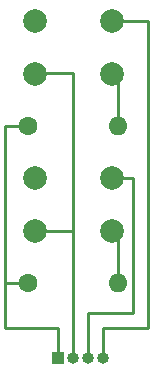
<source format=gbr>
%TF.GenerationSoftware,KiCad,Pcbnew,(5.1.7)-1*%
%TF.CreationDate,2020-10-26T18:39:22+01:00*%
%TF.ProjectId,buttons,62757474-6f6e-4732-9e6b-696361645f70,rev?*%
%TF.SameCoordinates,Original*%
%TF.FileFunction,Copper,L1,Top*%
%TF.FilePolarity,Positive*%
%FSLAX46Y46*%
G04 Gerber Fmt 4.6, Leading zero omitted, Abs format (unit mm)*
G04 Created by KiCad (PCBNEW (5.1.7)-1) date 2020-10-26 18:39:22*
%MOMM*%
%LPD*%
G01*
G04 APERTURE LIST*
%TA.AperFunction,ComponentPad*%
%ADD10O,1.000000X1.000000*%
%TD*%
%TA.AperFunction,ComponentPad*%
%ADD11R,1.000000X1.000000*%
%TD*%
%TA.AperFunction,ComponentPad*%
%ADD12C,2.000000*%
%TD*%
%TA.AperFunction,ComponentPad*%
%ADD13O,1.600000X1.600000*%
%TD*%
%TA.AperFunction,ComponentPad*%
%ADD14C,1.600000*%
%TD*%
%TA.AperFunction,Conductor*%
%ADD15C,0.250000*%
%TD*%
G04 APERTURE END LIST*
D10*
%TO.P, ,4*%
%TO.N,N/C*%
X63500000Y-64770000D03*
%TO.P, ,3*%
X62230000Y-64770000D03*
%TO.P, ,2*%
X60960000Y-64770000D03*
D11*
%TO.P, ,1*%
X59690000Y-64770000D03*
%TD*%
D12*
%TO.P, ,1*%
%TO.N,N/C*%
X64285000Y-36195000D03*
%TO.P, ,2*%
X64285000Y-40695000D03*
%TO.P, ,1*%
X57785000Y-36195000D03*
%TO.P, ,2*%
X57785000Y-40695000D03*
%TD*%
D13*
%TO.P, ,2*%
%TO.N,N/C*%
X64770000Y-45085000D03*
D14*
%TO.P, ,1*%
X57150000Y-45085000D03*
%TD*%
D13*
%TO.P, ,2*%
%TO.N,N/C*%
X64770000Y-58420000D03*
D14*
%TO.P, ,1*%
X57150000Y-58420000D03*
%TD*%
D12*
%TO.P, ,1*%
%TO.N,N/C*%
X64285000Y-49530000D03*
%TO.P, ,2*%
X64285000Y-54030000D03*
%TO.P, ,1*%
X57785000Y-49530000D03*
%TO.P, ,2*%
X57785000Y-54030000D03*
%TD*%
D15*
%TO.N,*%
X64135000Y-54180000D02*
X64285000Y-54030000D01*
X57730000Y-53975000D02*
X57785000Y-54030000D01*
X66040000Y-49530000D02*
X64285000Y-49530000D01*
X57730000Y-40640000D02*
X57785000Y-40695000D01*
X64135000Y-40845000D02*
X64285000Y-40695000D01*
X64770000Y-41180000D02*
X64285000Y-40695000D01*
X64770000Y-45085000D02*
X64770000Y-41180000D01*
X64770000Y-54515000D02*
X64285000Y-54030000D01*
X64770000Y-58420000D02*
X64770000Y-54515000D01*
X62230000Y-62230000D02*
X62230000Y-60960000D01*
X66040000Y-60960000D02*
X66040000Y-49530000D01*
X62230000Y-60960000D02*
X66040000Y-60960000D01*
X67310000Y-62230000D02*
X67310000Y-36195000D01*
X67310000Y-36195000D02*
X64285000Y-36195000D01*
X67310000Y-62230000D02*
X63500000Y-62230000D01*
X57785000Y-54030000D02*
X60905000Y-54030000D01*
X55245000Y-45085000D02*
X57150000Y-45085000D01*
X55245000Y-62230000D02*
X55245000Y-45085000D01*
X59690000Y-62230000D02*
X55245000Y-62230000D01*
X57150000Y-58420000D02*
X55245000Y-58420000D01*
X59690000Y-62230000D02*
X59690000Y-64770000D01*
X60960000Y-40640000D02*
X60960000Y-62230000D01*
X60960000Y-62230000D02*
X60960000Y-64770000D01*
X57840000Y-40640000D02*
X60960000Y-40640000D01*
X57785000Y-40695000D02*
X57840000Y-40640000D01*
X62230000Y-62230000D02*
X62230000Y-64770000D01*
X63500000Y-62230000D02*
X63500000Y-64770000D01*
%TD*%
M02*

</source>
